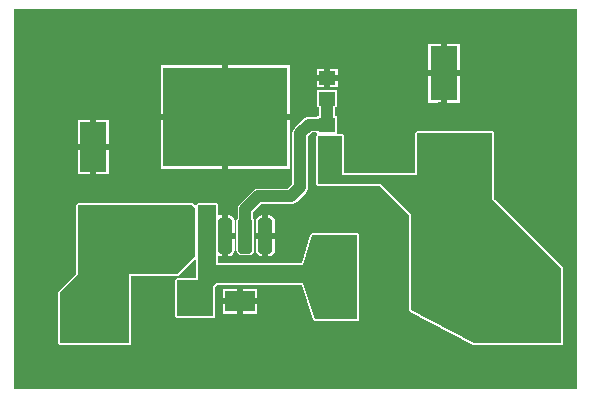
<source format=gtl>
G04*
G04 #@! TF.GenerationSoftware,Altium Limited,Altium Designer,22.3.1 (43)*
G04*
G04 Layer_Physical_Order=1*
G04 Layer_Color=255*
%FSLAX25Y25*%
%MOIN*%
G70*
G04*
G04 #@! TF.SameCoordinates,05F4E2DF-3ACD-4F1C-B615-966E0BC44E0A*
G04*
G04*
G04 #@! TF.FilePolarity,Positive*
G04*
G01*
G75*
%ADD12R,0.08661X0.16535*%
%ADD13R,0.05315X0.04528*%
%ADD14R,0.41299X0.32992*%
G04:AMPARAMS|DCode=15|XSize=47.24mil|YSize=120.08mil|CornerRadius=11.81mil|HoleSize=0mil|Usage=FLASHONLY|Rotation=0.000|XOffset=0mil|YOffset=0mil|HoleType=Round|Shape=RoundedRectangle|*
%AMROUNDEDRECTD15*
21,1,0.04724,0.09646,0,0,0.0*
21,1,0.02362,0.12008,0,0,0.0*
1,1,0.02362,0.01181,-0.04823*
1,1,0.02362,-0.01181,-0.04823*
1,1,0.02362,-0.01181,0.04823*
1,1,0.02362,0.01181,0.04823*
%
%ADD15ROUNDEDRECTD15*%
%ADD16R,0.09055X0.17913*%
%ADD17R,0.09843X0.06693*%
%ADD18R,0.11417X0.21260*%
%ADD28C,0.03937*%
G04:AMPARAMS|DCode=29|XSize=157.48mil|YSize=157.48mil|CornerRadius=39.37mil|HoleSize=0mil|Usage=FLASHONLY|Rotation=0.000|XOffset=0mil|YOffset=0mil|HoleType=Round|Shape=RoundedRectangle|*
%AMROUNDEDRECTD29*
21,1,0.15748,0.07874,0,0,0.0*
21,1,0.07874,0.15748,0,0,0.0*
1,1,0.07874,0.03937,-0.03937*
1,1,0.07874,-0.03937,-0.03937*
1,1,0.07874,-0.03937,0.03937*
1,1,0.07874,0.03937,0.03937*
%
%ADD29ROUNDEDRECTD29*%
%ADD30C,0.02756*%
G36*
X512386Y212614D02*
X324614D01*
X324614Y339386D01*
X512386D01*
X512386Y212614D01*
D02*
G37*
%LPC*%
G36*
X473315Y327705D02*
X468984D01*
Y318945D01*
X473315D01*
Y327705D01*
D02*
G37*
G36*
X467016D02*
X462685D01*
Y318945D01*
X467016D01*
Y327705D01*
D02*
G37*
G36*
X432445Y319496D02*
X429984D01*
Y317429D01*
X432445D01*
Y319496D01*
D02*
G37*
G36*
X428016D02*
X425555D01*
Y317429D01*
X428016D01*
Y319496D01*
D02*
G37*
G36*
X432445Y315461D02*
X429984D01*
Y313394D01*
X432445D01*
Y315461D01*
D02*
G37*
G36*
X428016D02*
X425555D01*
Y313394D01*
X428016D01*
Y315461D01*
D02*
G37*
G36*
X473315Y316976D02*
X468984D01*
Y308217D01*
X473315D01*
Y316976D01*
D02*
G37*
G36*
X467016D02*
X462685D01*
Y308217D01*
X467016D01*
Y316976D01*
D02*
G37*
G36*
X416437Y320783D02*
X395984D01*
Y304484D01*
X416437D01*
Y320783D01*
D02*
G37*
G36*
X394016D02*
X373563D01*
Y304484D01*
X394016D01*
Y320783D01*
D02*
G37*
G36*
X432256Y312417D02*
X425744D01*
Y306693D01*
X426411D01*
Y303752D01*
X425744D01*
Y303479D01*
X422890D01*
X422890Y303479D01*
X422220Y303391D01*
X421595Y303132D01*
X421059Y302720D01*
X421059Y302720D01*
X418169Y299831D01*
X417758Y299294D01*
X417499Y298670D01*
X417411Y298000D01*
X417411Y298000D01*
Y281072D01*
X415928Y279589D01*
X406000D01*
X405330Y279501D01*
X404705Y279242D01*
X404169Y278831D01*
X399870Y274532D01*
X399459Y273995D01*
X399200Y273371D01*
X399112Y272701D01*
X399112Y272701D01*
Y269832D01*
X398843Y269430D01*
X398705Y268736D01*
Y259090D01*
X398843Y258396D01*
X399237Y257808D01*
X399825Y257414D01*
X400520Y257276D01*
X402882D01*
X403576Y257414D01*
X404165Y257808D01*
X404558Y258396D01*
X404696Y259090D01*
Y268736D01*
X404558Y269430D01*
X404290Y269832D01*
Y271628D01*
X407072Y274411D01*
X417000D01*
X417000Y274411D01*
X417670Y274499D01*
X418294Y274758D01*
X418831Y275169D01*
X421831Y278169D01*
X422242Y278706D01*
X422501Y279330D01*
X422589Y280000D01*
X422589Y280000D01*
Y296928D01*
X423962Y298301D01*
X425334D01*
X425387Y298265D01*
X425589Y297997D01*
X425542Y297458D01*
X425352Y297000D01*
Y281000D01*
X425542Y280542D01*
X426000Y280352D01*
X446732D01*
X456352Y270732D01*
Y239000D01*
X456391Y238907D01*
X456382Y238807D01*
X456482Y238687D01*
X456542Y238542D01*
X456635Y238504D01*
X456699Y238426D01*
X477699Y227426D01*
X477855Y227412D01*
X478000Y227352D01*
X507000D01*
X507458Y227542D01*
X507648Y228000D01*
Y253000D01*
X507458Y253458D01*
X484648Y276268D01*
Y298000D01*
X484458Y298458D01*
X484000Y298648D01*
X459000D01*
X458542Y298458D01*
X458352Y298000D01*
Y284648D01*
X434648Y284648D01*
Y297000D01*
X434458Y297458D01*
X434000Y297648D01*
X432546D01*
X432256Y298028D01*
X432256Y298148D01*
Y303752D01*
X431589D01*
Y306693D01*
X432256D01*
Y312417D01*
D02*
G37*
G36*
X356118Y302425D02*
X351984D01*
Y294354D01*
X356118D01*
Y302425D01*
D02*
G37*
G36*
X350016D02*
X345882D01*
Y294354D01*
X350016D01*
Y302425D01*
D02*
G37*
G36*
X416437Y302516D02*
X395984D01*
Y286216D01*
X416437D01*
Y302516D01*
D02*
G37*
G36*
X394016D02*
X373563D01*
Y286216D01*
X394016D01*
Y302516D01*
D02*
G37*
G36*
X356118Y292386D02*
X351984D01*
Y284315D01*
X356118D01*
Y292386D01*
D02*
G37*
G36*
X350016D02*
X345882D01*
Y284315D01*
X350016D01*
Y292386D01*
D02*
G37*
G36*
X392000Y274648D02*
X386000D01*
X385542Y274458D01*
X385432Y274192D01*
X384890Y274026D01*
X384458Y274458D01*
X384000Y274648D01*
X346000D01*
X345542Y274458D01*
X345352Y274000D01*
Y251268D01*
X339542Y245458D01*
X339352Y245000D01*
Y228000D01*
X339542Y227542D01*
X340000Y227352D01*
X363000D01*
X363458Y227542D01*
X363648Y228000D01*
Y250352D01*
X379000D01*
X379458Y250542D01*
X384890Y255974D01*
X385352Y255783D01*
Y249648D01*
X379000D01*
X378542Y249458D01*
X378352Y249000D01*
Y237000D01*
X378542Y236542D01*
X379000Y236352D01*
X391000D01*
X391458Y236542D01*
X391648Y237000D01*
Y246732D01*
X392268Y247352D01*
X420533D01*
X424385Y235795D01*
X424484Y235681D01*
X424542Y235542D01*
X424641Y235501D01*
X424710Y235421D01*
X424861Y235410D01*
X425000Y235352D01*
X439000D01*
X439458Y235542D01*
X439648Y236000D01*
Y263000D01*
Y264000D01*
X439458Y264458D01*
X439000Y264648D01*
X424000D01*
X423852Y264586D01*
X423693Y264570D01*
X423632Y264495D01*
X423542Y264458D01*
X423481Y264310D01*
X423380Y264186D01*
X420518Y254648D01*
X392648D01*
Y256950D01*
X393148Y257217D01*
X393819Y257084D01*
X394016D01*
Y263913D01*
Y270743D01*
X393819D01*
X393148Y270610D01*
X392648Y270877D01*
Y274000D01*
X392458Y274458D01*
X392000Y274648D01*
D02*
G37*
G36*
X409583Y270743D02*
X409386D01*
Y264898D01*
X411590D01*
Y268736D01*
X411437Y269504D01*
X411002Y270155D01*
X410351Y270590D01*
X409583Y270743D01*
D02*
G37*
G36*
X407417D02*
X407221D01*
X406452Y270590D01*
X405801Y270155D01*
X405366Y269504D01*
X405213Y268736D01*
Y264898D01*
X407417D01*
Y270743D01*
D02*
G37*
G36*
X396181D02*
X395984D01*
Y264898D01*
X398188D01*
Y268736D01*
X398035Y269504D01*
X397600Y270155D01*
X396949Y270590D01*
X396181Y270743D01*
D02*
G37*
G36*
X411590Y262929D02*
X409386D01*
Y257084D01*
X409583D01*
X410351Y257236D01*
X411002Y257671D01*
X411437Y258323D01*
X411590Y259090D01*
Y262929D01*
D02*
G37*
G36*
X407417D02*
X405213D01*
Y259090D01*
X405366Y258323D01*
X405801Y257671D01*
X406452Y257236D01*
X407221Y257084D01*
X407417D01*
Y262929D01*
D02*
G37*
G36*
X398188D02*
X395984D01*
Y257084D01*
X396181D01*
X396949Y257236D01*
X397600Y257671D01*
X398035Y258323D01*
X398188Y259090D01*
Y262929D01*
D02*
G37*
G36*
X405583Y246134D02*
X400858D01*
Y242984D01*
X405583D01*
Y246134D01*
D02*
G37*
G36*
X398890D02*
X394165D01*
Y242984D01*
X398890D01*
Y246134D01*
D02*
G37*
G36*
X405583Y241016D02*
X400858D01*
Y237866D01*
X405583D01*
Y241016D01*
D02*
G37*
G36*
X398890D02*
X394165D01*
Y237866D01*
X398890D01*
Y241016D01*
D02*
G37*
%LPD*%
G36*
X484000Y276000D02*
X507000Y253000D01*
Y228000D01*
X478000D01*
X457000Y239000D01*
Y271000D01*
X447000Y281000D01*
X426000D01*
Y297000D01*
X434000D01*
Y284000D01*
X459000Y284000D01*
Y298000D01*
X484000D01*
Y276000D01*
D02*
G37*
G36*
X392000Y254000D02*
X421000D01*
X424000Y264000D01*
X439000D01*
Y263000D01*
Y236000D01*
X425000D01*
X421000Y248000D01*
X392000D01*
X391000Y247000D01*
Y237000D01*
X379000D01*
Y249000D01*
X386000D01*
Y274000D01*
X392000D01*
Y254000D01*
D02*
G37*
G36*
X385000Y273000D02*
Y257000D01*
X379000Y251000D01*
X363000D01*
Y228000D01*
X340000D01*
Y245000D01*
X346000Y251000D01*
Y274000D01*
X384000D01*
X385000Y273000D01*
D02*
G37*
D12*
X351000Y264630D02*
D03*
Y293370D02*
D03*
D13*
X429000Y316445D02*
D03*
Y309555D02*
D03*
Y300890D02*
D03*
Y294000D02*
D03*
D14*
X395000Y303500D02*
D03*
D15*
X381598Y263913D02*
D03*
X388299D02*
D03*
X401701D02*
D03*
X408402D02*
D03*
X395000D02*
D03*
D16*
X468000Y288039D02*
D03*
Y317961D02*
D03*
D17*
X399874Y242000D02*
D03*
X384126D02*
D03*
D18*
X468189Y251000D02*
D03*
X430000D02*
D03*
D28*
X420000Y280000D02*
Y298000D01*
X417000Y277000D02*
X420000Y280000D01*
Y298000D02*
X422890Y300890D01*
X406000Y277000D02*
X417000D01*
X422890Y300890D02*
X427323D01*
X429000D01*
X401701Y272701D02*
X406000Y277000D01*
X401701Y263913D02*
Y272701D01*
X429000Y300890D02*
Y309555D01*
D29*
X351000Y239000D02*
D03*
X497000Y320000D02*
D03*
X351000D02*
D03*
X497000Y239000D02*
D03*
D30*
X330709Y224409D02*
D03*
Y248031D02*
D03*
X336614Y259842D02*
D03*
X330709Y271654D02*
D03*
X336614Y283465D02*
D03*
X330709Y295275D02*
D03*
X336614Y307086D02*
D03*
X330709Y318898D02*
D03*
X336614Y330709D02*
D03*
X342520Y224409D02*
D03*
Y271654D02*
D03*
Y295275D02*
D03*
X348425Y307086D02*
D03*
Y330709D02*
D03*
X354331Y224409D02*
D03*
X360236Y283465D02*
D03*
Y307086D02*
D03*
Y330709D02*
D03*
X366142Y224409D02*
D03*
X372047Y236220D02*
D03*
X366142Y248031D02*
D03*
X372047Y283465D02*
D03*
X366142Y295275D02*
D03*
X372047Y307086D02*
D03*
X366142Y318898D02*
D03*
X372047Y330709D02*
D03*
X377953Y224409D02*
D03*
X383858Y283465D02*
D03*
Y330709D02*
D03*
X389764Y224409D02*
D03*
X395669Y236220D02*
D03*
Y283465D02*
D03*
Y330709D02*
D03*
X401575Y224409D02*
D03*
X407480Y236220D02*
D03*
Y283465D02*
D03*
Y330709D02*
D03*
X413386Y224409D02*
D03*
X419291Y236220D02*
D03*
Y259842D02*
D03*
X413386Y271654D02*
D03*
X419291Y307086D02*
D03*
Y330709D02*
D03*
X425197Y224409D02*
D03*
Y271654D02*
D03*
X431102Y330709D02*
D03*
X437008Y224409D02*
D03*
X442913Y236220D02*
D03*
Y259842D02*
D03*
X437008Y271654D02*
D03*
Y295275D02*
D03*
X442913Y307086D02*
D03*
X437008Y318898D02*
D03*
X442913Y330709D02*
D03*
X448819Y224409D02*
D03*
X454724Y236220D02*
D03*
X448819Y248031D02*
D03*
X454724Y259842D02*
D03*
X448819Y271654D02*
D03*
Y295275D02*
D03*
X454724Y307086D02*
D03*
X448819Y318898D02*
D03*
X454724Y330709D02*
D03*
X460630Y224409D02*
D03*
X466535Y307086D02*
D03*
X460630Y318898D02*
D03*
X466535Y330709D02*
D03*
X478346Y307086D02*
D03*
Y330709D02*
D03*
X490157Y283465D02*
D03*
Y307086D02*
D03*
X484252Y318898D02*
D03*
X490157Y330709D02*
D03*
X496063Y271654D02*
D03*
X501968Y283465D02*
D03*
X496063Y295275D02*
D03*
X501968Y307086D02*
D03*
Y330709D02*
D03*
X336614Y236220D02*
D03*
M02*

</source>
